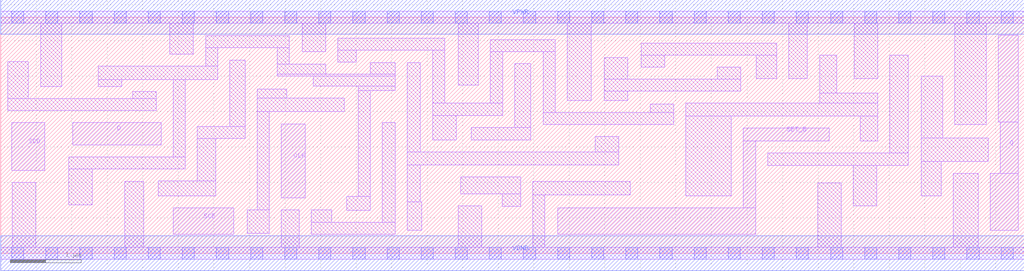
<source format=lef>
# Copyright 2020 The SkyWater PDK Authors
#
# Licensed under the Apache License, Version 2.0 (the "License");
# you may not use this file except in compliance with the License.
# You may obtain a copy of the License at
#
#     https://www.apache.org/licenses/LICENSE-2.0
#
# Unless required by applicable law or agreed to in writing, software
# distributed under the License is distributed on an "AS IS" BASIS,
# WITHOUT WARRANTIES OR CONDITIONS OF ANY KIND, either express or implied.
# See the License for the specific language governing permissions and
# limitations under the License.
#
# SPDX-License-Identifier: Apache-2.0

VERSION 5.7 ;
  NAMESCASESENSITIVE ON ;
  NOWIREEXTENSIONATPIN ON ;
  DIVIDERCHAR "/" ;
  BUSBITCHARS "[]" ;
UNITS
  DATABASE MICRONS 200 ;
END UNITS
MACRO sky130_fd_sc_lp__sdfstp_1
  CLASS CORE ;
  SOURCE USER ;
  FOREIGN sky130_fd_sc_lp__sdfstp_1 ;
  ORIGIN  0.000000  0.000000 ;
  SIZE  14.40000 BY  3.330000 ;
  SYMMETRY X Y R90 ;
  SITE unit ;
  PIN D
    ANTENNAGATEAREA  0.159000 ;
    DIRECTION INPUT ;
    USE SIGNAL ;
    PORT
      LAYER li1 ;
        RECT 1.015000 1.530000 2.255000 1.840000 ;
    END
  END D
  PIN Q
    ANTENNADIFFAREA  0.556500 ;
    DIRECTION OUTPUT ;
    USE SIGNAL ;
    PORT
      LAYER li1 ;
        RECT 13.925000 0.325000 14.315000 1.125000 ;
        RECT 14.035000 1.850000 14.315000 3.075000 ;
        RECT 14.065000 1.125000 14.315000 1.850000 ;
    END
  END Q
  PIN SCD
    ANTENNAGATEAREA  0.159000 ;
    DIRECTION INPUT ;
    USE SIGNAL ;
    PORT
      LAYER li1 ;
        RECT 0.155000 1.170000 0.620000 1.840000 ;
    END
  END SCD
  PIN SCE
    ANTENNAGATEAREA  0.318000 ;
    DIRECTION INPUT ;
    USE SIGNAL ;
    PORT
      LAYER li1 ;
        RECT 2.430000 0.265000 3.275000 0.640000 ;
    END
  END SCE
  PIN SET_B
    ANTENNAGATEAREA  0.252000 ;
    DIRECTION INPUT ;
    USE SIGNAL ;
    PORT
      LAYER li1 ;
        RECT  7.835000 0.265000 10.620000 0.640000 ;
        RECT 10.450000 0.640000 10.620000 1.585000 ;
        RECT 10.450000 1.585000 11.660000 1.765000 ;
    END
  END SET_B
  PIN CLK
    ANTENNAGATEAREA  0.159000 ;
    DIRECTION INPUT ;
    USE CLOCK ;
    PORT
      LAYER li1 ;
        RECT 3.950000 0.780000 4.285000 1.825000 ;
    END
  END CLK
  PIN VGND
    DIRECTION INOUT ;
    USE GROUND ;
    PORT
      LAYER met1 ;
        RECT 0.000000 -0.245000 14.400000 0.245000 ;
    END
  END VGND
  PIN VPWR
    DIRECTION INOUT ;
    USE POWER ;
    PORT
      LAYER met1 ;
        RECT 0.000000 3.085000 14.400000 3.575000 ;
    END
  END VPWR
  OBS
    LAYER li1 ;
      RECT  0.000000 -0.085000 14.400000 0.085000 ;
      RECT  0.000000  3.245000 14.400000 3.415000 ;
      RECT  0.095000  2.010000  2.185000 2.180000 ;
      RECT  0.095000  2.180000  0.390000 2.700000 ;
      RECT  0.165000  0.085000  0.495000 1.000000 ;
      RECT  0.560000  2.350000  0.855000 3.245000 ;
      RECT  0.955000  0.685000  1.285000 1.190000 ;
      RECT  0.955000  1.190000  2.595000 1.360000 ;
      RECT  1.370000  2.350000  1.700000 2.450000 ;
      RECT  1.370000  2.450000  3.055000 2.640000 ;
      RECT  1.745000  0.085000  2.015000 1.015000 ;
      RECT  1.855000  2.180000  2.185000 2.280000 ;
      RECT  2.215000  0.810000  3.025000 1.020000 ;
      RECT  2.375000  2.810000  2.705000 3.245000 ;
      RECT  2.425000  1.360000  2.595000 2.450000 ;
      RECT  2.765000  1.020000  3.025000 1.620000 ;
      RECT  2.765000  1.620000  3.440000 1.790000 ;
      RECT  2.885000  2.640000  3.055000 2.895000 ;
      RECT  2.885000  2.895000  4.060000 3.065000 ;
      RECT  3.225000  1.790000  3.440000 2.725000 ;
      RECT  3.470000  0.280000  3.780000 0.610000 ;
      RECT  3.610000  0.610000  3.780000 1.995000 ;
      RECT  3.610000  1.995000  4.835000 2.185000 ;
      RECT  3.610000  2.185000  4.025000 2.315000 ;
      RECT  3.890000  2.495000  5.550000 2.525000 ;
      RECT  3.890000  2.525000  4.570000 2.665000 ;
      RECT  3.890000  2.665000  4.060000 2.895000 ;
      RECT  3.950000  0.085000  4.200000 0.610000 ;
      RECT  4.240000  2.845000  4.570000 3.245000 ;
      RECT  4.370000  0.265000  5.550000 0.435000 ;
      RECT  4.370000  0.435000  4.660000 0.610000 ;
      RECT  4.400000  2.355000  5.550000 2.495000 ;
      RECT  4.740000  2.695000  5.000000 2.865000 ;
      RECT  4.740000  2.865000  6.250000 3.035000 ;
      RECT  4.870000  0.605000  5.200000 0.805000 ;
      RECT  5.030000  0.805000  5.200000 2.295000 ;
      RECT  5.030000  2.295000  5.550000 2.355000 ;
      RECT  5.200000  2.525000  5.550000 2.690000 ;
      RECT  5.370000  0.435000  5.550000 1.845000 ;
      RECT  5.720000  0.325000  5.920000 0.725000 ;
      RECT  5.720000  0.725000  5.900000 1.245000 ;
      RECT  5.720000  1.245000  8.695000 1.425000 ;
      RECT  5.720000  1.425000  5.900000 2.690000 ;
      RECT  6.080000  1.595000  6.410000 1.945000 ;
      RECT  6.080000  1.945000  7.060000 2.115000 ;
      RECT  6.080000  2.115000  6.250000 2.865000 ;
      RECT  6.440000  0.085000  6.770000 0.665000 ;
      RECT  6.440000  2.370000  6.720000 3.245000 ;
      RECT  6.470000  0.835000  7.315000 1.075000 ;
      RECT  6.620000  1.595000  7.460000 1.775000 ;
      RECT  6.890000  2.115000  7.060000 2.840000 ;
      RECT  6.890000  2.840000  7.800000 3.010000 ;
      RECT  7.055000  0.660000  7.315000 0.835000 ;
      RECT  7.230000  1.775000  7.460000 2.670000 ;
      RECT  7.485000  0.085000  7.655000 0.820000 ;
      RECT  7.485000  0.820000  8.855000 1.010000 ;
      RECT  7.630000  1.815000  9.470000 1.985000 ;
      RECT  7.630000  1.985000  7.800000 2.840000 ;
      RECT  7.970000  2.155000  8.310000 3.245000 ;
      RECT  8.365000  1.425000  8.695000 1.645000 ;
      RECT  8.490000  2.155000  8.820000 2.285000 ;
      RECT  8.490000  2.285000 10.410000 2.455000 ;
      RECT  8.490000  2.455000  8.820000 2.755000 ;
      RECT  9.010000  2.625000  9.340000 2.795000 ;
      RECT  9.010000  2.795000 10.920000 2.965000 ;
      RECT  9.140000  1.985000  9.470000 2.105000 ;
      RECT  9.640000  0.810000 10.280000 1.935000 ;
      RECT  9.640000  1.935000 12.340000 2.115000 ;
      RECT 10.080000  2.455000 10.410000 2.625000 ;
      RECT 10.630000  2.465000 10.920000 2.795000 ;
      RECT 10.790000  1.235000 12.770000 1.415000 ;
      RECT 11.090000  2.465000 11.350000 3.245000 ;
      RECT 11.495000  0.085000 11.825000 0.995000 ;
      RECT 11.520000  2.115000 12.340000 2.255000 ;
      RECT 11.520000  2.255000 11.760000 2.795000 ;
      RECT 11.995000  0.665000 12.325000 1.235000 ;
      RECT 12.010000  2.465000 12.340000 3.245000 ;
      RECT 12.090000  1.585000 12.340000 1.935000 ;
      RECT 12.510000  1.415000 12.770000 2.795000 ;
      RECT 12.950000  0.810000 13.230000 1.295000 ;
      RECT 12.950000  1.295000 13.895000 1.625000 ;
      RECT 12.950000  1.625000 13.255000 2.495000 ;
      RECT 13.400000  0.085000 13.755000 1.125000 ;
      RECT 13.425000  1.815000 13.865000 3.245000 ;
    LAYER mcon ;
      RECT  0.155000 -0.085000  0.325000 0.085000 ;
      RECT  0.155000  3.245000  0.325000 3.415000 ;
      RECT  0.635000 -0.085000  0.805000 0.085000 ;
      RECT  0.635000  3.245000  0.805000 3.415000 ;
      RECT  1.115000 -0.085000  1.285000 0.085000 ;
      RECT  1.115000  3.245000  1.285000 3.415000 ;
      RECT  1.595000 -0.085000  1.765000 0.085000 ;
      RECT  1.595000  3.245000  1.765000 3.415000 ;
      RECT  2.075000 -0.085000  2.245000 0.085000 ;
      RECT  2.075000  3.245000  2.245000 3.415000 ;
      RECT  2.555000 -0.085000  2.725000 0.085000 ;
      RECT  2.555000  3.245000  2.725000 3.415000 ;
      RECT  3.035000 -0.085000  3.205000 0.085000 ;
      RECT  3.035000  3.245000  3.205000 3.415000 ;
      RECT  3.515000 -0.085000  3.685000 0.085000 ;
      RECT  3.515000  3.245000  3.685000 3.415000 ;
      RECT  3.995000 -0.085000  4.165000 0.085000 ;
      RECT  3.995000  3.245000  4.165000 3.415000 ;
      RECT  4.475000 -0.085000  4.645000 0.085000 ;
      RECT  4.475000  3.245000  4.645000 3.415000 ;
      RECT  4.955000 -0.085000  5.125000 0.085000 ;
      RECT  4.955000  3.245000  5.125000 3.415000 ;
      RECT  5.435000 -0.085000  5.605000 0.085000 ;
      RECT  5.435000  3.245000  5.605000 3.415000 ;
      RECT  5.915000 -0.085000  6.085000 0.085000 ;
      RECT  5.915000  3.245000  6.085000 3.415000 ;
      RECT  6.395000 -0.085000  6.565000 0.085000 ;
      RECT  6.395000  3.245000  6.565000 3.415000 ;
      RECT  6.875000 -0.085000  7.045000 0.085000 ;
      RECT  6.875000  3.245000  7.045000 3.415000 ;
      RECT  7.355000 -0.085000  7.525000 0.085000 ;
      RECT  7.355000  3.245000  7.525000 3.415000 ;
      RECT  7.835000 -0.085000  8.005000 0.085000 ;
      RECT  7.835000  3.245000  8.005000 3.415000 ;
      RECT  8.315000 -0.085000  8.485000 0.085000 ;
      RECT  8.315000  3.245000  8.485000 3.415000 ;
      RECT  8.795000 -0.085000  8.965000 0.085000 ;
      RECT  8.795000  3.245000  8.965000 3.415000 ;
      RECT  9.275000 -0.085000  9.445000 0.085000 ;
      RECT  9.275000  3.245000  9.445000 3.415000 ;
      RECT  9.755000 -0.085000  9.925000 0.085000 ;
      RECT  9.755000  3.245000  9.925000 3.415000 ;
      RECT 10.235000 -0.085000 10.405000 0.085000 ;
      RECT 10.235000  3.245000 10.405000 3.415000 ;
      RECT 10.715000 -0.085000 10.885000 0.085000 ;
      RECT 10.715000  3.245000 10.885000 3.415000 ;
      RECT 11.195000 -0.085000 11.365000 0.085000 ;
      RECT 11.195000  3.245000 11.365000 3.415000 ;
      RECT 11.675000 -0.085000 11.845000 0.085000 ;
      RECT 11.675000  3.245000 11.845000 3.415000 ;
      RECT 12.155000 -0.085000 12.325000 0.085000 ;
      RECT 12.155000  3.245000 12.325000 3.415000 ;
      RECT 12.635000 -0.085000 12.805000 0.085000 ;
      RECT 12.635000  3.245000 12.805000 3.415000 ;
      RECT 13.115000 -0.085000 13.285000 0.085000 ;
      RECT 13.115000  3.245000 13.285000 3.415000 ;
      RECT 13.595000 -0.085000 13.765000 0.085000 ;
      RECT 13.595000  3.245000 13.765000 3.415000 ;
      RECT 14.075000 -0.085000 14.245000 0.085000 ;
      RECT 14.075000  3.245000 14.245000 3.415000 ;
  END
END sky130_fd_sc_lp__sdfstp_1
END LIBRARY

</source>
